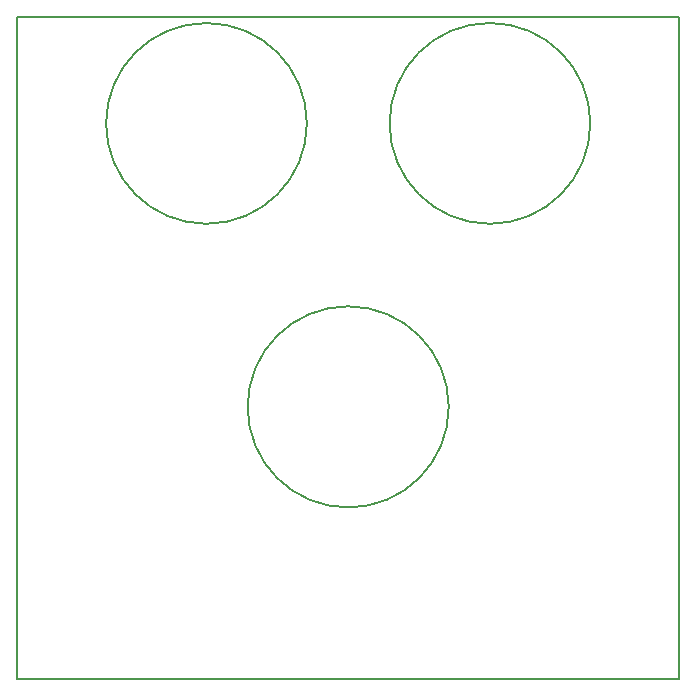
<source format=gm1>
G04 #@! TF.FileFunction,Profile,NP*
%FSLAX46Y46*%
G04 Gerber Fmt 4.6, Leading zero omitted, Abs format (unit mm)*
G04 Created by KiCad (PCBNEW 4.0.2-stable) date 2016/12/18 4:07:23*
%MOMM*%
G01*
G04 APERTURE LIST*
%ADD10C,0.100000*%
%ADD11C,0.150000*%
G04 APERTURE END LIST*
D10*
D11*
X136514693Y-83000000D02*
G75*
G03X136514693Y-83000000I-8514693J0D01*
G01*
X148500000Y-59000000D02*
G75*
G03X148500000Y-59000000I-8500000J0D01*
G01*
X124500000Y-59000000D02*
G75*
G03X124500000Y-59000000I-8500000J0D01*
G01*
X100000000Y-106000000D02*
X100000000Y-50000000D01*
X156000000Y-106000000D02*
X100000000Y-106000000D01*
X156000000Y-50000000D02*
X156000000Y-106000000D01*
X100000000Y-50000000D02*
X156000000Y-50000000D01*
M02*

</source>
